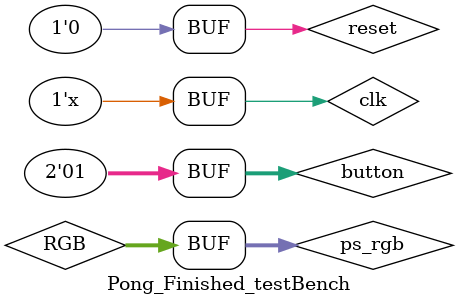
<source format=v>
`timescale 1ns / 1ps


module Pong_Finished_testBench;

	// Inputs
	reg clk;
	reg reset;
	reg [1:0] button;

	// Outputs
	wire hsync;
	wire vsync;
	wire [11:0] RGB;
	
	// wires
	wire [9:0] pix_x, pix_y;
	wire	on_vid; 
	reg  [11:0] ps_rgb;
   wire [11:0]	ns_rgb;

// instantests the two modules to be examined	
	vga_sync uut1(.clk(clk), .reset(reset),
						.hsync(hsync), .vsync(vsync),
						.pixel_x(pix_x), .pixel_y(pix_y), 
						.video_on(on_vid) );

   pong_animated uut2 (.clk(clk),  .reset(reset), 
							  .sw(button),.video_on(on_vid), 
							  .pixl_x(pix_x), .pixl_y(pix_y),
							  .RGB(ns_rgb)
							  );					 

	always @(posedge clk, posedge reset)
		if (reset) ps_rgb <= 12'hFFF;
		else ps_rgb <= ns_rgb;

	 assign RGB = ps_rgb;
	 
////////////////////////////////////////

always #5 clk = ~clk; 
	initial begin
		// Initialize Inputs
		clk = 0;
		reset= 1; #100; 
		reset = 0; #100; 
		button[0] = 1;
		button[1] = 0; 

		// Wait 100 ns for global reset to finish
		#100;
        
		// Add stimulus here

	end
      
endmodule


</source>
